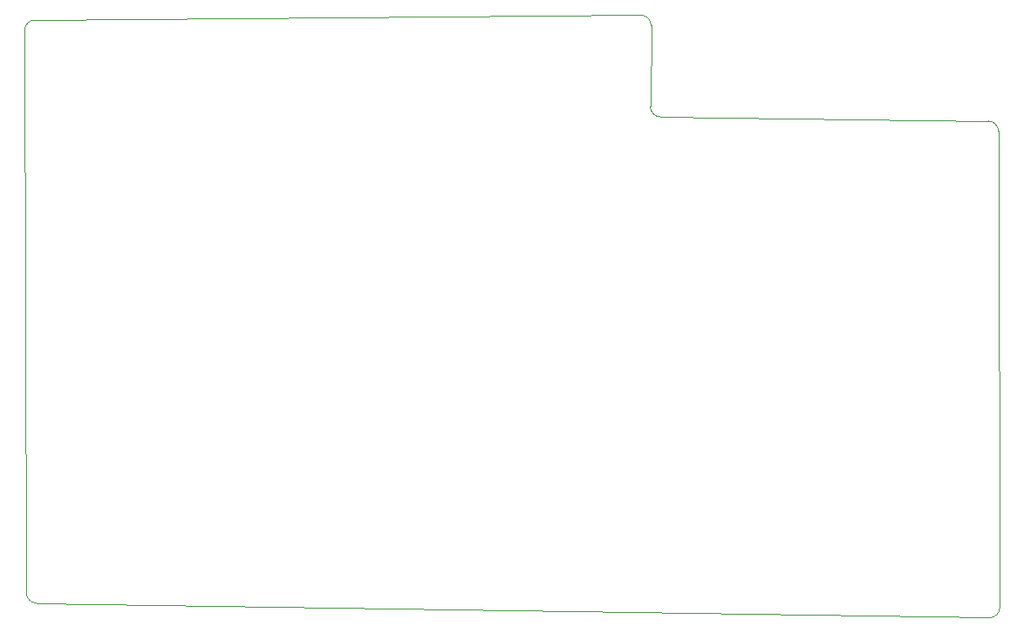
<source format=gbr>
%TF.GenerationSoftware,KiCad,Pcbnew,9.0.3*%
%TF.CreationDate,2025-09-14T19:53:39+05:30*%
%TF.ProjectId,ESP32 IOT,45535033-3220-4494-9f54-2e6b69636164,rev?*%
%TF.SameCoordinates,Original*%
%TF.FileFunction,Profile,NP*%
%FSLAX46Y46*%
G04 Gerber Fmt 4.6, Leading zero omitted, Abs format (unit mm)*
G04 Created by KiCad (PCBNEW 9.0.3) date 2025-09-14 19:53:39*
%MOMM*%
%LPD*%
G01*
G04 APERTURE LIST*
%TA.AperFunction,Profile*%
%ADD10C,0.050000*%
%TD*%
G04 APERTURE END LIST*
D10*
X217099877Y-72389804D02*
G75*
G02*
X218087468Y-73386568I-12377J-999896D01*
G01*
X185284741Y-71996520D02*
G75*
G02*
X184297904Y-71001184I13159J999920D01*
G01*
X217099877Y-72389804D02*
X185284741Y-71996520D01*
X218233582Y-119621726D02*
X218087511Y-73386568D01*
X123567678Y-63590445D02*
G75*
G02*
X124559687Y-62587605I999922J2945D01*
G01*
X183370834Y-62117824D02*
X124559687Y-62587563D01*
X124711423Y-119206147D02*
G75*
G02*
X123726838Y-118209178I15477J999947D01*
G01*
X184378768Y-63128063D02*
X184297903Y-71001184D01*
X183370834Y-62117824D02*
G75*
G02*
X184378755Y-63128063I7966J-999976D01*
G01*
X123567678Y-63590445D02*
X123726760Y-118209178D01*
X124711423Y-119206147D02*
X217218254Y-120624767D01*
X218233582Y-119621726D02*
G75*
G02*
X217218254Y-120624769I-999982J-3174D01*
G01*
M02*

</source>
